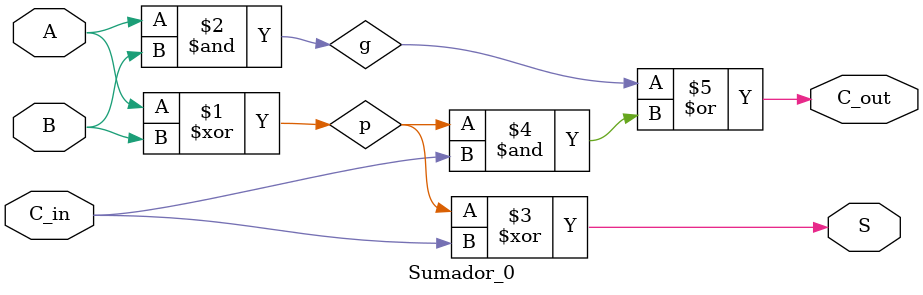
<source format=v>
module Sumador_0(
    input wire A,
    input wire B,
    input wire C_in,
    output wire S,
    output wire C_out
);
    wire p, g; //nodos internos
    assign p = A ^ B;
    assign g = A & B;
    assign S = p ^ C_in;
    assign C_out = g | (p & C_in);
endmodule

</source>
